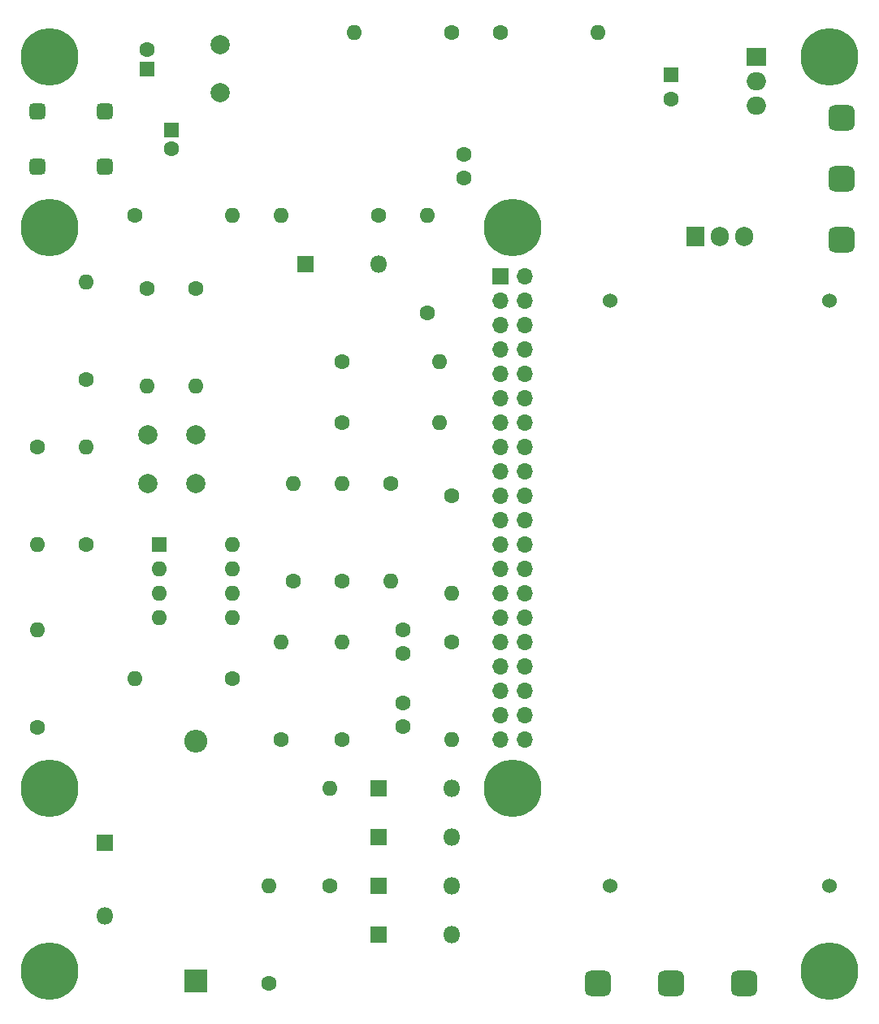
<source format=gbs>
%TF.GenerationSoftware,KiCad,Pcbnew,6.0.0*%
%TF.CreationDate,2022-03-27T17:34:43-07:00*%
%TF.ProjectId,PSU,5053552e-6b69-4636-9164-5f7063625858,rev?*%
%TF.SameCoordinates,Original*%
%TF.FileFunction,Soldermask,Bot*%
%TF.FilePolarity,Negative*%
%FSLAX46Y46*%
G04 Gerber Fmt 4.6, Leading zero omitted, Abs format (unit mm)*
G04 Created by KiCad (PCBNEW 6.0.0) date 2022-03-27 17:34:43*
%MOMM*%
%LPD*%
G01*
G04 APERTURE LIST*
G04 Aperture macros list*
%AMRoundRect*
0 Rectangle with rounded corners*
0 $1 Rounding radius*
0 $2 $3 $4 $5 $6 $7 $8 $9 X,Y pos of 4 corners*
0 Add a 4 corners polygon primitive as box body*
4,1,4,$2,$3,$4,$5,$6,$7,$8,$9,$2,$3,0*
0 Add four circle primitives for the rounded corners*
1,1,$1+$1,$2,$3*
1,1,$1+$1,$4,$5*
1,1,$1+$1,$6,$7*
1,1,$1+$1,$8,$9*
0 Add four rect primitives between the rounded corners*
20,1,$1+$1,$2,$3,$4,$5,0*
20,1,$1+$1,$4,$5,$6,$7,0*
20,1,$1+$1,$6,$7,$8,$9,0*
20,1,$1+$1,$8,$9,$2,$3,0*%
G04 Aperture macros list end*
%ADD10RoundRect,0.675000X-0.675000X-0.675000X0.675000X-0.675000X0.675000X0.675000X-0.675000X0.675000X0*%
%ADD11R,2.400000X2.400000*%
%ADD12O,2.400000X2.400000*%
%ADD13R,1.800000X1.800000*%
%ADD14O,1.800000X1.800000*%
%ADD15R,1.600000X1.600000*%
%ADD16C,1.600000*%
%ADD17O,1.600000X1.600000*%
%ADD18R,1.905000X2.000000*%
%ADD19O,1.905000X2.000000*%
%ADD20C,6.000000*%
%ADD21C,2.000000*%
%ADD22RoundRect,0.425000X-0.425000X-0.425000X0.425000X-0.425000X0.425000X0.425000X-0.425000X0.425000X0*%
%ADD23R,1.700000X1.700000*%
%ADD24O,1.700000X1.700000*%
%ADD25R,2.000000X1.905000*%
%ADD26O,2.000000X1.905000*%
%ADD27C,1.524000*%
G04 APERTURE END LIST*
D10*
X182880000Y-105410000D03*
X182880000Y-92710000D03*
X182880000Y-99060000D03*
X172720000Y-182880000D03*
X157480000Y-182880000D03*
X165100000Y-182880000D03*
D11*
X115587500Y-182680000D03*
D12*
X115587500Y-157680000D03*
D13*
X134620000Y-172720000D03*
D14*
X142240000Y-172720000D03*
D15*
X165100000Y-88265000D03*
D16*
X165100000Y-90765000D03*
X125730000Y-140970000D03*
D17*
X125730000Y-130810000D03*
D16*
X129540000Y-172720000D03*
D17*
X129540000Y-162560000D03*
D16*
X123190000Y-182880000D03*
D17*
X123190000Y-172720000D03*
D18*
X167640000Y-105085000D03*
D19*
X170180000Y-105085000D03*
X172720000Y-105085000D03*
D16*
X137160000Y-146050000D03*
X137160000Y-148550000D03*
D20*
X100330000Y-162560000D03*
D16*
X137160000Y-153670000D03*
X137160000Y-156170000D03*
X130810000Y-124460000D03*
D17*
X140970000Y-124460000D03*
D16*
X110490000Y-110490000D03*
D17*
X110490000Y-120650000D03*
D16*
X147320000Y-83820000D03*
D17*
X157480000Y-83820000D03*
D20*
X100330000Y-104140000D03*
D15*
X110490000Y-87630000D03*
D16*
X110490000Y-85630000D03*
D21*
X115530000Y-130810000D03*
X110530000Y-130810000D03*
D16*
X142240000Y-147320000D03*
D17*
X142240000Y-157480000D03*
D21*
X118070000Y-90130000D03*
X118070000Y-85130000D03*
D16*
X115570000Y-110490000D03*
D17*
X115570000Y-120650000D03*
D16*
X130810000Y-118110000D03*
D17*
X140970000Y-118110000D03*
D22*
X106045000Y-92075000D03*
D16*
X143510000Y-96520000D03*
X143510000Y-99020000D03*
X99060000Y-127000000D03*
D17*
X99060000Y-137160000D03*
D16*
X104140000Y-120015000D03*
D17*
X104140000Y-109855000D03*
D20*
X181610000Y-181610000D03*
X148590000Y-162560000D03*
D13*
X134620000Y-177800000D03*
D14*
X142240000Y-177800000D03*
D13*
X106045000Y-168275000D03*
D14*
X106045000Y-175895000D03*
D16*
X130810000Y-140970000D03*
D17*
X130810000Y-130810000D03*
D20*
X100330000Y-181610000D03*
D16*
X134620000Y-102870000D03*
D17*
X124460000Y-102870000D03*
D16*
X142240000Y-132080000D03*
D17*
X142240000Y-142240000D03*
D13*
X134620000Y-162560000D03*
D14*
X142240000Y-162560000D03*
D16*
X109220000Y-102870000D03*
D17*
X119380000Y-102870000D03*
D15*
X113030000Y-93980000D03*
D16*
X113030000Y-95980000D03*
D22*
X99060000Y-92075000D03*
D16*
X119380000Y-151130000D03*
D17*
X109220000Y-151130000D03*
D16*
X124460000Y-157480000D03*
D17*
X124460000Y-147320000D03*
D23*
X147315000Y-109225000D03*
D24*
X149855000Y-109225000D03*
X147315000Y-111765000D03*
X149855000Y-111765000D03*
X147315000Y-114305000D03*
X149855000Y-114305000D03*
X147315000Y-116845000D03*
X149855000Y-116845000D03*
X147315000Y-119385000D03*
X149855000Y-119385000D03*
X147315000Y-121925000D03*
X149855000Y-121925000D03*
X147315000Y-124465000D03*
X149855000Y-124465000D03*
X147315000Y-127005000D03*
X149855000Y-127005000D03*
X147315000Y-129545000D03*
X149855000Y-129545000D03*
X147315000Y-132085000D03*
X149855000Y-132085000D03*
X147315000Y-134625000D03*
X149855000Y-134625000D03*
X147315000Y-137165000D03*
X149855000Y-137165000D03*
X147315000Y-139705000D03*
X149855000Y-139705000D03*
X147315000Y-142245000D03*
X149855000Y-142245000D03*
X147315000Y-144785000D03*
X149855000Y-144785000D03*
X147315000Y-147325000D03*
X149855000Y-147325000D03*
X147315000Y-149865000D03*
X149855000Y-149865000D03*
X147315000Y-152405000D03*
X149855000Y-152405000D03*
X147315000Y-154945000D03*
X149855000Y-154945000D03*
X147315000Y-157485000D03*
X149855000Y-157485000D03*
D20*
X148590000Y-104140000D03*
D16*
X142240000Y-83820000D03*
D17*
X132080000Y-83820000D03*
D16*
X130810000Y-157480000D03*
D17*
X130810000Y-147320000D03*
D20*
X100330000Y-86360000D03*
X181610000Y-86360000D03*
D16*
X135890000Y-130810000D03*
D17*
X135890000Y-140970000D03*
D16*
X104140000Y-137160000D03*
D17*
X104140000Y-127000000D03*
D16*
X99060000Y-156210000D03*
D17*
X99060000Y-146050000D03*
D25*
X173990000Y-86360000D03*
D26*
X173990000Y-88900000D03*
X173990000Y-91440000D03*
D22*
X106045000Y-97790000D03*
D13*
X134620000Y-167640000D03*
D14*
X142240000Y-167640000D03*
D21*
X115530000Y-125730000D03*
X110530000Y-125730000D03*
D27*
X181610000Y-172720000D03*
X181610000Y-111760000D03*
X158750000Y-111760000D03*
X158750000Y-172720000D03*
D15*
X111770000Y-137170000D03*
D17*
X111770000Y-139710000D03*
X111770000Y-142250000D03*
X111770000Y-144790000D03*
X119390000Y-144790000D03*
X119390000Y-142250000D03*
X119390000Y-139710000D03*
X119390000Y-137170000D03*
D16*
X139700000Y-113030000D03*
D17*
X139700000Y-102870000D03*
D13*
X127000000Y-107950000D03*
D14*
X134620000Y-107950000D03*
D22*
X99060000Y-97790000D03*
M02*

</source>
